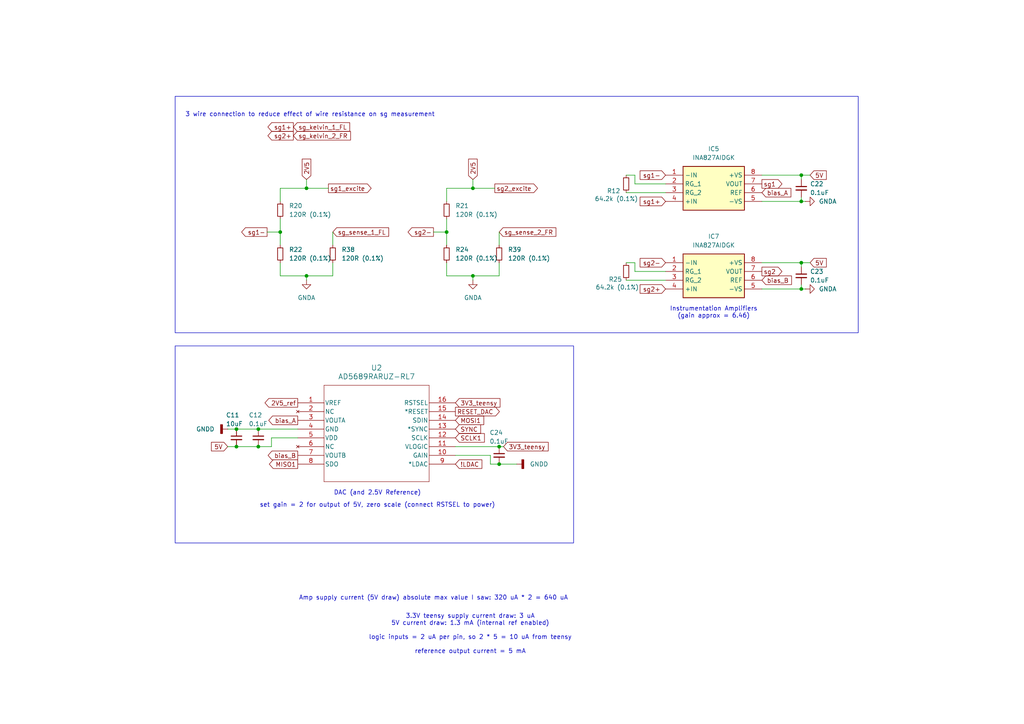
<source format=kicad_sch>
(kicad_sch (version 20250114) (generator "eeschema") (generator_version "9.0")
  (paper "A4")
  (lib_symbols
    (symbol "22XT_Main:AD5689RARUZ-RL7" (pin_names (offset 0.254))
      (property "Reference" "U" (at 22.86 10.16 0))
      (property "Value" "AD5689RARUZ-RL7" (at 22.86 7.62 0))
      (symbol "AD5689RARUZ-RL7_0_1"
        (polyline (pts (xy 7.62 5.08) (xy 7.62 -22.86)) (stroke (width 0.127)))
        (polyline (pts (xy 7.62 -22.86) (xy 38.1 -22.86)) (stroke (width 0.127)))
        (polyline (pts (xy 38.1 5.08) (xy 7.62 5.08)) (stroke (width 0.127)))
        (polyline (pts (xy 38.1 -22.86) (xy 38.1 5.08)) (stroke (width 0.127)))
        (pin input line (at 0 0 0) (length 7.62) (name "VREF") (number "1"))
        (pin no_connect line (at 0 -2.54 0) (length 7.62) (name "NC") (number "2"))
        (pin output line (at 0 -5.08 0) (length 7.62) (name "VOUTA") (number "3"))
        (pin power_in line (at 0 -7.62 0) (length 7.62) (name "GND") (number "4"))
        (pin power_in line (at 0 -10.16 0) (length 7.62) (name "VDD") (number "5"))
        (pin no_connect line (at 0 -12.7 0) (length 7.62) (name "NC") (number "6"))
        (pin output line (at 0 -15.24 0) (length 7.62) (name "VOUTB") (number "7"))
        (pin output line (at 0 -17.78 0) (length 7.62) (name "SDO") (number "8"))
        (pin unspecified line (at 45.72 0 180) (length 7.62) (name "RSTSEL") (number "16"))
        (pin input line (at 45.72 -2.54 180) (length 7.62) (name "*RESET") (number "15"))
        (pin input line (at 45.72 -5.08 180) (length 7.62) (name "SDIN") (number "14"))
        (pin input line (at 45.72 -7.62 180) (length 7.62) (name "*SYNC") (number "13"))
        (pin input line (at 45.72 -10.16 180) (length 7.62) (name "SCLK") (number "12"))
        (pin power_in line (at 45.72 -12.7 180) (length 7.62) (name "VLOGIC") (number "11"))
        (pin output line (at 45.72 -15.24 180) (length 7.62) (name "GAIN") (number "10"))
        (pin input line (at 45.72 -17.78 180) (length 7.62) (name "*LDAC") (number "9"))
      )
    )
    (symbol "22XT_Main:INA827AIDGK"
      (property "Reference" "IC" (at 24.13 7.62 0))
      (property "Value" "INA827AIDGK" (at 24.13 5.08 0))
      (symbol "INA827AIDGK_1_1"
        (rectangle (start 5.08 2.54) (end 22.86 -10.16) (stroke (width 0.254)) (fill (type background)))
        (pin passive line (at 0 0 0) (length 5.08) (name "-IN") (number "1"))
        (pin passive line (at 0 -2.54 0) (length 5.08) (name "RG_1") (number "2"))
        (pin passive line (at 0 -5.08 0) (length 5.08) (name "RG_2") (number "3"))
        (pin passive line (at 0 -7.62 0) (length 5.08) (name "+IN") (number "4"))
        (pin passive line (at 27.94 0 180) (length 5.08) (name "+VS") (number "8"))
        (pin passive line (at 27.94 -2.54 180) (length 5.08) (name "VOUT") (number "7"))
        (pin passive line (at 27.94 -5.08 180) (length 5.08) (name "REF") (number "6"))
        (pin passive line (at 27.94 -7.62 180) (length 5.08) (name "-VS") (number "5"))
      )
    )
    (symbol "Device:C_Small" (pin_numbers (hide yes)) (pin_names (offset 0.254) (hide yes))
      (property "Reference" "C" (at 0.254 1.778 0))
      (property "Value" "C_Small" (at 0.254 -2.032 0))
      (symbol "C_Small_0_1"
        (polyline (pts (xy -1.524 0.508) (xy 1.524 0.508)) (stroke (width 0.3048)))
        (polyline (pts (xy -1.524 -0.508) (xy 1.524 -0.508)) (stroke (width 0.3302)))
      )
      (symbol "C_Small_1_1"
        (pin passive line (at 0 2.54 270) (length 2.032) (name "~") (number "1"))
        (pin passive line (at 0 -2.54 90) (length 2.032) (name "~") (number "2"))
      )
    )
    (symbol "Device:R_Small" (pin_numbers (hide yes)) (pin_names (offset 0.254) (hide yes))
      (property "Reference" "R" (at 0.762 0.508 0))
      (property "Value" "R_Small" (at 0.762 -1.016 0))
      (symbol "R_Small_0_1"
        (rectangle (start -0.762 1.778) (end 0.762 -1.778) (stroke (width 0.2032)))
      )
      (symbol "R_Small_1_1"
        (pin passive line (at 0 2.54 270) (length 0.762) (name "~") (number "1"))
        (pin passive line (at 0 -2.54 90) (length 0.762) (name "~") (number "2"))
      )
    )
    (symbol "GNDA_1" (power) (pin_numbers (hide yes)) (pin_names (offset 0) (hide yes))
      (property "Value" "GNDA" (at 0 -3.81 0))
      (symbol "GNDA_1_0_1"
        (polyline (pts (xy 0 0) (xy 0 -1.27) (xy 1.27 -1.27) (xy 0 -2.54) (xy -1.27 -1.27) (xy 0 -1.27)))
      )
      (symbol "GNDA_1_1_1"
        (pin power_in line (at 0 0 270) (length 0) (name "~") (number "1"))
      )
    )
    (symbol "power:GNDA" (power) (pin_names (offset 0))
      (property "Value" "GNDA" (at 0 -3.81 0))
      (symbol "GNDA_0_1"
        (polyline (pts (xy 0 0) (xy 0 -1.27) (xy 1.27 -1.27) (xy 0 -2.54) (xy -1.27 -1.27) (xy 0 -1.27)))
      )
      (symbol "GNDA_1_1"
        (pin power_in line (at 0 0 270) (length 0) (hide yes) (name "GNDA") (number "1"))
      )
    )
    (symbol "power:GNDD" (power) (pin_numbers (hide yes)) (pin_names (offset 0) (hide yes))
      (property "Value" "GNDD" (at 0 -3.175 0))
      (symbol "GNDD_0_1"
        (rectangle (start -1.27 -1.524) (end 1.27 -2.032) (stroke (width 0.254)) (fill (type outline)))
        (polyline (pts (xy 0 0) (xy 0 -1.524)))
      )
      (symbol "GNDD_1_1"
        (pin power_in line (at 0 0 270) (length 0) (name "~") (number "1"))
      )
    )
  )
  (rectangle (start 50.8 100.33) (end 166.37 157.48))
  (rectangle (start 50.8 27.94) (end 248.92 96.52))
  (text "DAC (and 2.5V Reference)" (at 109.474 143.002 0) (effects (font (size 1.27 1.27))))
  (text "Amp supply current (5V draw) absolute max value I saw: 320 uA * 2 = 640 uA\n" (at 125.73 173.482 0) (effects (font (size 1.27 1.27))))
  (text "3.3V teensy supply current draw: 3 uA\n5V current draw: 1.3 mA (internal ref enabled)\n\nlogic inputs = 2 uA per pin, so 2 * 5 = 10 uA from teensy\n\nreference output current = 5 mA" (at 136.398 183.896 0) (effects (font (size 1.27 1.27))))
  (text "set gain = 2 for output of 5V, zero scale (connect RSTSEL to power)\n" (at 109.474 146.558 0) (effects (font (size 1.27 1.27))))
  (text "Instrumentation Amplifiers\n(gain approx = 6.46)" (at 207.01 90.678 0) (effects (font (size 1.27 1.27))))
  (text "3 wire connection to reduce effect of wire resistance on sg measurement" (at 89.916 33.274 0) (effects (font (size 1.27 1.27))))
  (junction (at 88.9 54.61))
  (junction (at 137.16 54.61))
  (junction (at 81.28 67.31))
  (junction (at 232.41 58.42))
  (junction (at 137.16 80.01))
  (junction (at 232.41 83.82))
  (junction (at 232.41 50.8))
  (junction (at 232.41 76.2))
  (junction (at 144.78 134.62))
  (junction (at 129.54 67.31))
  (junction (at 68.58 124.46))
  (junction (at 144.78 129.54))
  (junction (at 68.58 129.54))
  (junction (at 74.93 129.54))
  (junction (at 88.9 80.01))
  (junction (at 74.93 124.46))
  (wire (pts (xy 144.78 76.2) (xy 144.78 80.01)))
  (wire (pts (xy 68.58 124.46) (xy 74.93 124.46)))
  (wire (pts (xy 88.9 80.01) (xy 88.9 81.28)))
  (wire (pts (xy 78.74 129.54) (xy 74.93 129.54)))
  (wire (pts (xy 232.41 57.15) (xy 232.41 58.42)))
  (wire (pts (xy 137.16 52.07) (xy 137.16 54.61)))
  (wire (pts (xy 81.28 63.5) (xy 81.28 67.31)))
  (wire (pts (xy 181.61 55.88) (xy 193.04 55.88)))
  (wire (pts (xy 233.68 83.82) (xy 232.41 83.82)))
  (wire (pts (xy 220.98 58.42) (xy 232.41 58.42)))
  (wire (pts (xy 181.61 50.8) (xy 184.15 50.8)))
  (wire (pts (xy 142.24 134.62) (xy 142.24 132.08)))
  (wire (pts (xy 125.73 67.31) (xy 129.54 67.31)))
  (wire (pts (xy 81.28 54.61) (xy 81.28 58.42)))
  (wire (pts (xy 146.05 129.54) (xy 144.78 129.54)))
  (wire (pts (xy 234.95 50.8) (xy 232.41 50.8)))
  (wire (pts (xy 81.28 54.61) (xy 88.9 54.61)))
  (wire (pts (xy 129.54 54.61) (xy 129.54 58.42)))
  (wire (pts (xy 184.15 78.74) (xy 184.15 76.2)))
  (wire (pts (xy 144.78 67.31) (xy 144.78 71.12)))
  (wire (pts (xy 129.54 67.31) (xy 129.54 71.12)))
  (wire (pts (xy 74.93 124.46) (xy 86.36 124.46)))
  (wire (pts (xy 129.54 54.61) (xy 137.16 54.61)))
  (wire (pts (xy 137.16 80.01) (xy 137.16 81.28)))
  (wire (pts (xy 81.28 67.31) (xy 81.28 71.12)))
  (wire (pts (xy 81.28 76.2) (xy 81.28 80.01)))
  (wire (pts (xy 74.93 129.54) (xy 68.58 129.54)))
  (wire (pts (xy 232.41 82.55) (xy 232.41 83.82)))
  (wire (pts (xy 181.61 76.2) (xy 184.15 76.2)))
  (wire (pts (xy 220.98 76.2) (xy 232.41 76.2)))
  (wire (pts (xy 144.78 134.62) (xy 142.24 134.62)))
  (wire (pts (xy 220.98 50.8) (xy 232.41 50.8)))
  (wire (pts (xy 66.04 129.54) (xy 68.58 129.54)))
  (wire (pts (xy 88.9 80.01) (xy 96.52 80.01)))
  (wire (pts (xy 78.74 127) (xy 78.74 129.54)))
  (wire (pts (xy 193.04 53.34) (xy 184.15 53.34)))
  (wire (pts (xy 142.24 132.08) (xy 132.08 132.08)))
  (wire (pts (xy 81.28 80.01) (xy 88.9 80.01)))
  (wire (pts (xy 96.52 76.2) (xy 96.52 80.01)))
  (wire (pts (xy 96.52 67.31) (xy 96.52 71.12)))
  (wire (pts (xy 193.04 78.74) (xy 184.15 78.74)))
  (wire (pts (xy 88.9 54.61) (xy 95.25 54.61)))
  (wire (pts (xy 233.68 58.42) (xy 232.41 58.42)))
  (wire (pts (xy 78.74 127) (xy 86.36 127)))
  (wire (pts (xy 144.78 129.54) (xy 132.08 129.54)))
  (wire (pts (xy 220.98 83.82) (xy 232.41 83.82)))
  (wire (pts (xy 137.16 54.61) (xy 143.51 54.61)))
  (wire (pts (xy 234.95 76.2) (xy 232.41 76.2)))
  (wire (pts (xy 77.47 67.31) (xy 81.28 67.31)))
  (wire (pts (xy 88.9 52.07) (xy 88.9 54.61)))
  (wire (pts (xy 184.15 53.34) (xy 184.15 50.8)))
  (wire (pts (xy 129.54 80.01) (xy 137.16 80.01)))
  (wire (pts (xy 129.54 63.5) (xy 129.54 67.31)))
  (wire (pts (xy 137.16 80.01) (xy 144.78 80.01)))
  (wire (pts (xy 129.54 76.2) (xy 129.54 80.01)))
  (wire (pts (xy 232.41 77.47) (xy 232.41 76.2)))
  (wire (pts (xy 181.61 81.28) (xy 193.04 81.28)))
  (wire (pts (xy 66.04 124.46) (xy 68.58 124.46)))
  (wire (pts (xy 232.41 52.07) (xy 232.41 50.8)))
  (wire (pts (xy 149.86 134.62) (xy 144.78 134.62)))
  (global_label "RESET_DAC" (shape output) (at 132.08 119.38 0) (property "Intersheetrefs" "${INTERSHEET_REFS}" (effects (hide yes))))
  (global_label "3V3_teensy" (shape input) (at 132.08 116.84 0) (property "Intersheetrefs" "${INTERSHEET_REFS}" (effects (hide yes))))
  (global_label "bias_A" (shape input) (at 220.98 55.88 0) (property "Intersheetrefs" "${INTERSHEET_REFS}" (effects (hide yes))))
  (global_label "sg1+" (shape output) (at 85.09 36.83 180) (property "Intersheetrefs" "${INTERSHEET_REFS}" (effects (hide yes))))
  (global_label "sg_kelvin_1_FL" (shape input) (at 85.09 36.83 0) (property "Intersheetrefs" "${INTERSHEET_REFS}" (effects (hide yes))))
  (global_label "2V5" (shape input) (at 88.9 52.07 90) (property "Intersheetrefs" "${INTERSHEET_REFS}" (effects (hide yes))))
  (global_label "SCLK1" (shape input) (at 132.08 127 0) (property "Intersheetrefs" "${INTERSHEET_REFS}" (effects (hide yes))))
  (global_label "sg2+" (shape input) (at 193.04 83.82 180) (property "Intersheetrefs" "${INTERSHEET_REFS}" (effects (hide yes))))
  (global_label "5V" (shape input) (at 234.95 76.2 0) (property "Intersheetrefs" "${INTERSHEET_REFS}" (effects (hide yes))))
  (global_label "sg2_excite" (shape output) (at 143.51 54.61 0) (property "Intersheetrefs" "${INTERSHEET_REFS}" (effects (hide yes))))
  (global_label "sg1_excite" (shape output) (at 95.25 54.61 0) (property "Intersheetrefs" "${INTERSHEET_REFS}" (effects (hide yes))))
  (global_label "sg2-" (shape input) (at 193.04 76.2 180) (property "Intersheetrefs" "${INTERSHEET_REFS}" (effects (hide yes))))
  (global_label "2V5" (shape input) (at 137.16 52.07 90) (property "Intersheetrefs" "${INTERSHEET_REFS}" (effects (hide yes))))
  (global_label "sg_sense_1_FL" (shape input) (at 96.52 67.31 0) (property "Intersheetrefs" "${INTERSHEET_REFS}" (effects (hide yes))))
  (global_label "5V" (shape input) (at 234.95 50.8 0) (property "Intersheetrefs" "${INTERSHEET_REFS}" (effects (hide yes))))
  (global_label "sg2-" (shape output) (at 125.73 67.31 180) (property "Intersheetrefs" "${INTERSHEET_REFS}" (effects (hide yes))))
  (global_label "sg1-" (shape output) (at 77.47 67.31 180) (property "Intersheetrefs" "${INTERSHEET_REFS}" (effects (hide yes))))
  (global_label "sg2+" (shape output) (at 85.09 39.37 180) (property "Intersheetrefs" "${INTERSHEET_REFS}" (effects (hide yes))))
  (global_label "bias_B" (shape output) (at 86.36 132.08 180) (property "Intersheetrefs" "${INTERSHEET_REFS}" (effects (hide yes))))
  (global_label "sg1+" (shape input) (at 193.04 58.42 180) (property "Intersheetrefs" "${INTERSHEET_REFS}" (effects (hide yes))))
  (global_label "2V5_ref" (shape output) (at 86.36 116.84 180) (property "Intersheetrefs" "${INTERSHEET_REFS}" (effects (hide yes))))
  (global_label "MISO1" (shape output) (at 86.36 134.62 180) (property "Intersheetrefs" "${INTERSHEET_REFS}" (effects (hide yes))))
  (global_label "3V3_teensy" (shape input) (at 146.05 129.54 0) (property "Intersheetrefs" "${INTERSHEET_REFS}" (effects (hide yes))))
  (global_label "sg_sense_2_FR" (shape input) (at 144.78 67.31 0) (property "Intersheetrefs" "${INTERSHEET_REFS}" (effects (hide yes))))
  (global_label "sg2" (shape output) (at 220.98 78.74 0) (property "Intersheetrefs" "${INTERSHEET_REFS}" (effects (hide yes))))
  (global_label "SYNC" (shape input) (at 132.08 124.46 0) (property "Intersheetrefs" "${INTERSHEET_REFS}" (effects (hide yes))))
  (global_label "bias_B" (shape input) (at 220.98 81.28 0) (property "Intersheetrefs" "${INTERSHEET_REFS}" (effects (hide yes))))
  (global_label "5V" (shape input) (at 66.04 129.54 180) (property "Intersheetrefs" "${INTERSHEET_REFS}" (effects (hide yes))))
  (global_label "!LDAC" (shape input) (at 132.08 134.62 0) (property "Intersheetrefs" "${INTERSHEET_REFS}" (effects (hide yes))))
  (global_label "sg1" (shape output) (at 220.98 53.34 0) (property "Intersheetrefs" "${INTERSHEET_REFS}" (effects (hide yes))))
  (global_label "sg1-" (shape input) (at 193.04 50.8 180) (property "Intersheetrefs" "${INTERSHEET_REFS}" (effects (hide yes))))
  (global_label "sg_kelvin_2_FR" (shape input) (at 85.09 39.37 0) (property "Intersheetrefs" "${INTERSHEET_REFS}" (effects (hide yes))))
  (global_label "MOSI1" (shape input) (at 132.08 121.92 0) (property "Intersheetrefs" "${INTERSHEET_REFS}" (effects (hide yes))))
  (global_label "bias_A" (shape output) (at 86.36 121.92 180) (property "Intersheetrefs" "${INTERSHEET_REFS}" (effects (hide yes))))
  (symbol (lib_id "Device:C_Small") (at 68.58 127 0) (unit 1)
    (property "Reference" "C11" (at 65.532 120.396 0) (effects (justify left)))
    (property "Value" "10uF" (at 65.532 122.936 0) (effects (justify left)))
    (property "Footprint" "Capacitor_SMD:C_0603_1608Metric" (effects (hide yes)))
    (property "Description" "Unpolarized capacitor, small symbol" (effects (hide yes)))
  )
  (symbol (lib_id "Device:C_Small") (at 232.41 54.61 0) (unit 1)
    (property "Reference" "C22" (at 234.95 53.3462 0) (effects (justify left)))
    (property "Value" "0.1uF" (at 234.95 55.8862 0) (effects (justify left)))
    (property "Footprint" "Capacitor_SMD:C_0402_1005Metric" (effects (hide yes)))
    (property "Description" "Unpolarized capacitor, small symbol" (effects (hide yes)))
  )
  (symbol (lib_id "Device:C_Small") (at 74.93 127 0) (unit 1)
    (property "Reference" "C12" (at 72.136 120.396 0) (effects (justify left)))
    (property "Value" "0.1uF" (at 72.136 122.936 0) (effects (justify left)))
    (property "Footprint" "Capacitor_SMD:C_0402_1005Metric" (effects (hide yes)))
    (property "Description" "Unpolarized capacitor, small symbol" (effects (hide yes)))
  )
  (symbol (lib_name "GNDA_1") (lib_id "power:GNDA") (at 233.68 58.42 90) (unit 1)
    (property "Reference" "#PWR017" (effects (hide yes)))
    (property "Value" "GNDA" (at 237.49 58.4199 90) (effects (justify right)))
    (property "Description" "Power symbol creates a global label with name \"GNDA\" , analog ground" (effects (hide yes)))
  )
  (symbol (lib_id "22XT_Main:INA827AIDGK") (at 193.04 76.2 0) (unit 1)
    (property "Reference" "IC7" (at 207.01 68.58 0))
    (property "Value" "INA827AIDGK" (at 207.01 71.12 0))
    (property "Footprint" "22XT_Main:SOP65P490X110-8N" (effects (hide yes)))
    (property "Datasheet" "http://www.ti.com/lit/ds/symlink/ina827.pdf" (effects (hide yes)))
    (property "Description" "Texas Instruments INA827AIDGK Instrumentation Amplifier, 150uV Offset 600kHz GBW, CMMR 88dB, 2.7  36 V, 8-Pin" (effects (hide yes)))
    (property "Height" "1.1" (effects (hide yes)))
    (property "Mouser Part Number" "595-INA827AIDGK" (effects (hide yes)))
    (property "Mouser Price/Stock" "https://www.mouser.co.uk/ProductDetail/Texas-Instruments/INA827AIDGK?qs=4whTb%2F0XQMjCMY8OfLWUhA%3D%3D" (effects (hide yes)))
    (property "Manufacturer_Name" "Texas Instruments" (effects (hide yes)))
    (property "Manufacturer_Part_Number" "INA827AIDGK" (effects (hide yes)))
  )
  (symbol (lib_id "Device:R_Small") (at 81.28 60.96 0) (unit 1)
    (property "Reference" "R20" (at 83.82 59.6899 0) (effects (justify left)))
    (property "Value" "120R (0.1%)" (at 83.82 62.2299 0) (effects (justify left)))
    (property "Footprint" "Resistor_SMD:R_0402_1005Metric" (effects (hide yes)))
    (property "Description" "Resistor, small symbol" (effects (hide yes)))
  )
  (symbol (lib_id "22XT_Main:AD5689RARUZ-RL7") (at 86.36 116.84 0) (unit 1)
    (property "Reference" "U2" (at 109.22 106.68 0) (effects (font (size 1.524 1.524))))
    (property "Value" "AD5689RARUZ-RL7" (at 109.22 109.22 0) (effects (font (size 1.524 1.524))))
    (property "Footprint" "22XT_Main:RU_16_ADI" (effects (hide yes)))
    (property "Datasheet" "AD5689RARUZ-RL7" (effects (hide yes)))
  )
  (symbol (lib_id "Device:R_Small") (at 144.78 73.66 0) (unit 1)
    (property "Reference" "R39" (at 147.32 72.3899 0) (effects (justify left)))
    (property "Value" "120R (0.1%)" (at 147.32 74.9299 0) (effects (justify left)))
    (property "Footprint" "Resistor_SMD:R_0402_1005Metric" (effects (hide yes)))
    (property "Description" "Resistor, small symbol" (effects (hide yes)))
  )
  (symbol (lib_id "power:GNDD") (at 149.86 134.62 90) (unit 1)
    (property "Reference" "#PWR029" (effects (hide yes)))
    (property "Value" "GNDD" (at 153.67 134.6199 90) (effects (justify right)))
    (property "Description" "Power symbol creates a global label with name \"GNDD\" , digital ground" (effects (hide yes)))
  )
  (symbol (lib_id "power:GNDD") (at 66.04 124.46 270) (unit 1)
    (property "Reference" "#PWR010" (effects (hide yes)))
    (property "Value" "GNDD" (at 62.23 124.4599 90) (effects (justify right)))
    (property "Description" "Power symbol creates a global label with name \"GNDD\" , digital ground" (effects (hide yes)))
  )
  (symbol (lib_id "Device:R_Small") (at 181.61 53.34 0) (unit 1)
    (property "Reference" "R12" (at 176.022 55.372 0) (effects (justify left)))
    (property "Value" "64.2k (0.1%)" (at 172.466 57.658 0) (effects (justify left)))
    (property "Footprint" "Resistor_SMD:R_0402_1005Metric" (effects (hide yes)))
    (property "Description" "Resistor, small symbol" (effects (hide yes)))
  )
  (symbol (lib_id "22XT_Main:INA827AIDGK") (at 193.04 50.8 0) (unit 1)
    (property "Reference" "IC5" (at 207.01 43.18 0))
    (property "Value" "INA827AIDGK" (at 207.01 45.72 0))
    (property "Footprint" "22XT_Main:SOP65P490X110-8N" (effects (hide yes)))
    (property "Datasheet" "http://www.ti.com/lit/ds/symlink/ina827.pdf" (effects (hide yes)))
    (property "Description" "Texas Instruments INA827AIDGK Instrumentation Amplifier, 150uV Offset 600kHz GBW, CMMR 88dB, 2.7  36 V, 8-Pin" (effects (hide yes)))
    (property "Height" "1.1" (effects (hide yes)))
    (property "Mouser Part Number" "595-INA827AIDGK" (effects (hide yes)))
    (property "Mouser Price/Stock" "https://www.mouser.co.uk/ProductDetail/Texas-Instruments/INA827AIDGK?qs=4whTb%2F0XQMjCMY8OfLWUhA%3D%3D" (effects (hide yes)))
    (property "Manufacturer_Name" "Texas Instruments" (effects (hide yes)))
    (property "Manufacturer_Part_Number" "INA827AIDGK" (effects (hide yes)))
  )
  (symbol (lib_id "Device:R_Small") (at 181.61 78.74 0) (unit 1)
    (property "Reference" "R25" (at 176.53 81.026 0) (effects (justify left)))
    (property "Value" "64.2k (0.1%)" (at 172.72 83.312 0) (effects (justify left)))
    (property "Footprint" "Resistor_SMD:R_0402_1005Metric" (effects (hide yes)))
    (property "Description" "Resistor, small symbol" (effects (hide yes)))
  )
  (symbol (lib_id "Device:R_Small") (at 96.52 73.66 0) (unit 1)
    (property "Reference" "R38" (at 99.06 72.3899 0) (effects (justify left)))
    (property "Value" "120R (0.1%)" (at 99.06 74.9299 0) (effects (justify left)))
    (property "Footprint" "Resistor_SMD:R_0402_1005Metric" (effects (hide yes)))
    (property "Description" "Resistor, small symbol" (effects (hide yes)))
  )
  (symbol (lib_id "Device:R_Small") (at 81.28 73.66 0) (unit 1)
    (property "Reference" "R22" (at 83.82 72.3899 0) (effects (justify left)))
    (property "Value" "120R (0.1%)" (at 83.82 74.9299 0) (effects (justify left)))
    (property "Footprint" "Resistor_SMD:R_0402_1005Metric" (effects (hide yes)))
    (property "Description" "Resistor, small symbol" (effects (hide yes)))
  )
  (symbol (lib_id "Device:C_Small") (at 232.41 80.01 0) (unit 1)
    (property "Reference" "C23" (at 234.95 78.7462 0) (effects (justify left)))
    (property "Value" "0.1uF" (at 234.95 81.2862 0) (effects (justify left)))
    (property "Footprint" "Capacitor_SMD:C_0402_1005Metric" (effects (hide yes)))
    (property "Description" "Unpolarized capacitor, small symbol" (effects (hide yes)))
  )
  (symbol (lib_id "Device:R_Small") (at 129.54 60.96 0) (unit 1)
    (property "Reference" "R21" (at 132.08 59.6899 0) (effects (justify left)))
    (property "Value" "120R (0.1%)" (at 132.08 62.2299 0) (effects (justify left)))
    (property "Footprint" "Resistor_SMD:R_0402_1005Metric" (effects (hide yes)))
    (property "Description" "Resistor, small symbol" (effects (hide yes)))
  )
  (symbol (lib_id "Device:R_Small") (at 129.54 73.66 0) (unit 1)
    (property "Reference" "R24" (at 132.08 72.3899 0) (effects (justify left)))
    (property "Value" "120R (0.1%)" (at 132.08 74.9299 0) (effects (justify left)))
    (property "Footprint" "Resistor_SMD:R_0402_1005Metric" (effects (hide yes)))
    (property "Description" "Resistor, small symbol" (effects (hide yes)))
  )
  (symbol (lib_id "Device:C_Small") (at 144.78 132.08 0) (unit 1)
    (property "Reference" "C24" (at 141.986 125.476 0) (effects (justify left)))
    (property "Value" "0.1uF" (at 141.986 128.016 0) (effects (justify left)))
    (property "Footprint" "Capacitor_SMD:C_0402_1005Metric" (effects (hide yes)))
    (property "Description" "Unpolarized capacitor, small symbol" (effects (hide yes)))
  )
  (symbol (lib_id "power:GNDA") (at 137.16 81.28 0) (unit 1)
    (property "Reference" "#PWR027" (effects (hide yes)))
    (property "Value" "GNDA" (at 137.16 86.36 0))
  )
  (symbol (lib_id "power:GNDA") (at 88.9 81.28 0) (unit 1)
    (property "Reference" "#PWR026" (effects (hide yes)))
    (property "Value" "GNDA" (at 88.9 86.36 0))
  )
  (symbol (lib_name "GNDA_1") (lib_id "power:GNDA") (at 233.68 83.82 90) (unit 1)
    (property "Reference" "#PWR028" (effects (hide yes)))
    (property "Value" "GNDA" (at 237.49 83.8199 90) (effects (justify right)))
    (property "Description" "Power symbol creates a global label with name \"GNDA\" , analog ground" (effects (hide yes)))
  )
)
</source>
